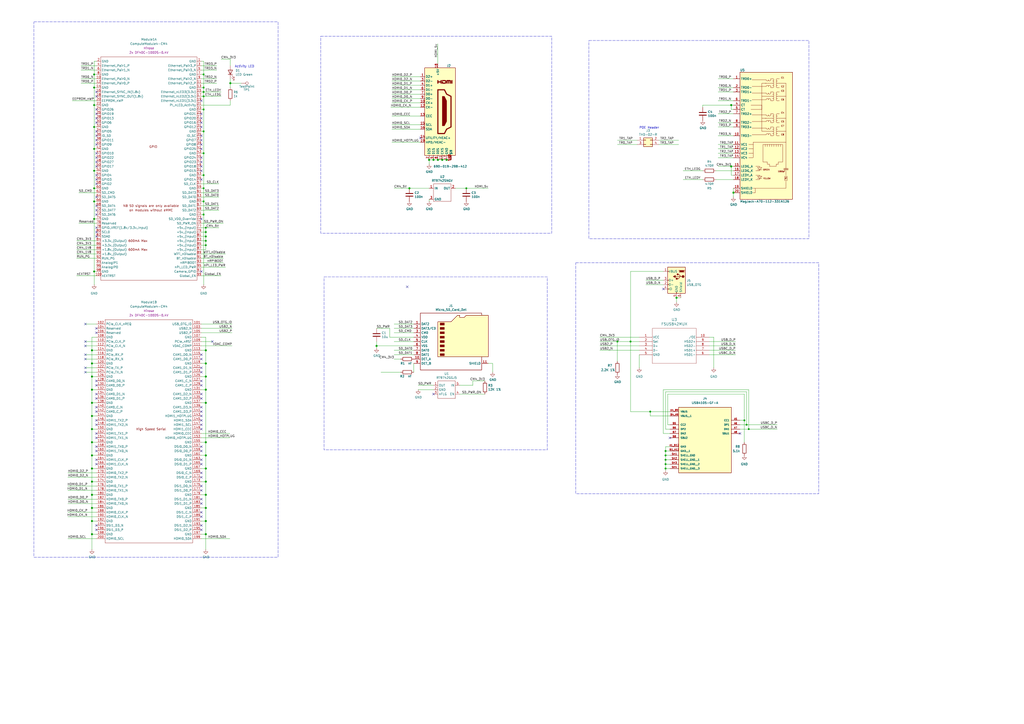
<source format=kicad_sch>
(kicad_sch (version 20231120) (generator "eeschema") (generator_version "8.0")
  (paper "A2")
  (junction (at 118.11 63.5))
  (junction (at 54.61 109.22))
  (junction (at 237.49 109.22) (diameter 1.016))
  (junction (at 119.38 139.7))
  (junction (at 118.11 124.46))
  (junction (at 119.38 137.16))
  (junction (at 119.38 302.26) (diameter 1.016))
  (junction (at 259.08 92.71) (diameter 1.016))
  (junction (at 53.34 264.16) (diameter 1.016))
  (junction (at 53.34 302.26) (diameter 1.016))
  (junction (at 254 92.71) (diameter 1.016))
  (junction (at 119.38 256.54) (diameter 1.016))
  (junction (at 119.38 218.44) (diameter 1.016))
  (junction (at 386.08 269.24))
  (junction (at 53.34 279.4) (diameter 1.016))
  (junction (at 53.34 226.06) (diameter 1.016))
  (junction (at 53.34 210.82) (diameter 1.016))
  (junction (at 119.38 134.62))
  (junction (at 54.61 73.66))
  (junction (at 54.61 99.06))
  (junction (at 365.76 198.12))
  (junction (at 386.08 261.62))
  (junction (at 377.19 238.76))
  (junction (at 119.38 132.08))
  (junction (at 256.54 92.71) (diameter 1.016))
  (junction (at 133.604 48.26) (diameter 1.016))
  (junction (at 119.38 287.02) (diameter 1.016))
  (junction (at 424.18 96.52) (diameter 1.016))
  (junction (at 53.34 241.3) (diameter 1.016))
  (junction (at 118.11 55.88))
  (junction (at 53.34 294.64) (diameter 1.016))
  (junction (at 386.08 266.7))
  (junction (at 434.34 248.92))
  (junction (at 53.34 233.68) (diameter 1.016))
  (junction (at 118.11 88.9))
  (junction (at 218.44 200.66) (diameter 1.016))
  (junction (at 248.92 92.71) (diameter 1.016))
  (junction (at 53.34 309.88) (diameter 1.016))
  (junction (at 118.11 53.34))
  (junction (at 118.11 50.8))
  (junction (at 54.61 86.36))
  (junction (at 119.38 309.88) (diameter 1.016))
  (junction (at 54.61 116.84))
  (junction (at 358.14 198.12))
  (junction (at 53.34 203.2) (diameter 1.016))
  (junction (at 54.61 157.48))
  (junction (at 118.11 109.22))
  (junction (at 54.61 60.96))
  (junction (at 54.61 50.8))
  (junction (at 119.38 264.16) (diameter 1.016))
  (junction (at 119.38 271.78) (diameter 1.016))
  (junction (at 53.34 256.54) (diameter 1.016))
  (junction (at 270.51 109.22))
  (junction (at 118.11 101.6))
  (junction (at 119.38 226.06) (diameter 1.016))
  (junction (at 424.18 60.96) (diameter 1.016))
  (junction (at 53.34 248.92) (diameter 1.016))
  (junction (at 54.61 127))
  (junction (at 119.38 294.64) (diameter 1.016))
  (junction (at 119.38 142.24))
  (junction (at 118.11 43.18))
  (junction (at 119.38 210.82) (diameter 1.016))
  (junction (at 392.43 172.72) (diameter 1.016))
  (junction (at 118.11 76.2))
  (junction (at 54.61 43.18))
  (junction (at 53.34 218.44) (diameter 1.016))
  (junction (at 251.46 92.71) (diameter 1.016))
  (junction (at 433.07 246.38))
  (junction (at 386.08 271.78))
  (junction (at 119.38 233.68) (diameter 1.016))
  (junction (at 431.8 243.84))
  (junction (at 119.38 203.2) (diameter 1.016))
  (junction (at 386.08 264.16))
  (junction (at 425.45 111.76) (diameter 1.016))
  (junction (at 53.34 287.02) (diameter 1.016))
  (junction (at 118.11 116.84))
  (junction (at 53.34 271.78) (diameter 1.016))
  (junction (at 119.38 279.4) (diameter 1.016))
  (no_connect (at 116.84 259.08))
  (no_connect (at 116.84 297.18))
  (no_connect (at 49.53 208.28))
  (no_connect (at 55.88 246.38))
  (no_connect (at 116.84 96.52))
  (no_connect (at 116.84 304.8))
  (no_connect (at 236.22 166.37))
  (no_connect (at 116.84 66.04))
  (no_connect (at 55.88 63.5))
  (no_connect (at 116.84 231.14))
  (no_connect (at 55.88 53.34))
  (no_connect (at 55.88 269.24))
  (no_connect (at 384.81 167.64))
  (no_connect (at 55.88 124.46))
  (no_connect (at 55.88 228.6))
  (no_connect (at 55.88 236.22))
  (no_connect (at 116.84 58.42))
  (no_connect (at 116.84 99.06))
  (no_connect (at 116.84 78.74))
  (no_connect (at 116.84 299.72))
  (no_connect (at 116.84 71.12))
  (no_connect (at 55.88 121.92))
  (no_connect (at 55.88 55.88))
  (no_connect (at 55.88 104.14))
  (no_connect (at 55.88 266.7))
  (no_connect (at 55.88 76.2))
  (no_connect (at 243.84 80.01))
  (no_connect (at 116.84 215.9))
  (no_connect (at 55.88 66.04))
  (no_connect (at 55.88 96.52))
  (no_connect (at 116.84 86.36))
  (no_connect (at 55.88 220.98))
  (no_connect (at 55.88 114.3))
  (no_connect (at 116.84 73.66))
  (no_connect (at 55.88 134.62))
  (no_connect (at 116.84 281.94))
  (no_connect (at 55.88 78.74))
  (no_connect (at 55.88 91.44))
  (no_connect (at 116.84 208.28))
  (no_connect (at 49.53 200.66))
  (no_connect (at 116.84 292.1))
  (no_connect (at 123.19 198.12))
  (no_connect (at 116.84 157.48))
  (no_connect (at 55.88 254))
  (no_connect (at 429.26 251.46))
  (no_connect (at 55.88 190.5))
  (no_connect (at 116.84 274.32))
  (no_connect (at 49.53 213.36))
  (no_connect (at 116.84 266.7))
  (no_connect (at 116.84 289.56))
  (no_connect (at 55.88 137.16))
  (no_connect (at 55.88 106.68))
  (no_connect (at 116.84 81.28))
  (no_connect (at 116.84 248.92))
  (no_connect (at 116.84 68.58))
  (no_connect (at 116.84 261.62))
  (no_connect (at 55.88 101.6))
  (no_connect (at 116.84 223.52))
  (no_connect (at 116.84 91.44))
  (no_connect (at 55.88 304.8))
  (no_connect (at 116.84 213.36))
  (no_connect (at 55.88 223.52))
  (no_connect (at 49.53 187.96))
  (no_connect (at 116.84 83.82))
  (no_connect (at 55.88 261.62))
  (no_connect (at 55.88 93.98))
  (no_connect (at 116.84 269.24))
  (no_connect (at 55.88 307.34))
  (no_connect (at 55.88 88.9))
  (no_connect (at 251.46 228.6))
  (no_connect (at 116.84 284.48))
  (no_connect (at 116.84 228.6))
  (no_connect (at 116.84 243.84))
  (no_connect (at 55.88 83.82))
  (no_connect (at 116.84 241.3))
  (no_connect (at 55.88 119.38))
  (no_connect (at 55.88 193.04))
  (no_connect (at 116.84 307.34))
  (no_connect (at 116.84 246.38))
  (no_connect (at 55.88 259.08))
  (no_connect (at 49.53 205.74))
  (no_connect (at 49.53 215.9))
  (no_connect (at 49.53 198.12))
  (no_connect (at 116.84 220.98))
  (no_connect (at 116.84 93.98))
  (no_connect (at 55.88 132.08))
  (no_connect (at 388.62 254))
  (no_connect (at 116.84 104.14))
  (no_connect (at 55.88 251.46))
  (no_connect (at 116.84 238.76))
  (no_connect (at 116.84 276.86))
  (no_connect (at 55.88 243.84))
  (no_connect (at 116.84 236.22))
  (no_connect (at 116.84 127))
  (no_connect (at 55.88 81.28))
  (no_connect (at 55.88 68.58))
  (no_connect (at 55.88 71.12))
  (no_connect (at 116.84 205.74))
  (no_connect (at 55.88 238.76))
  (no_connect (at 55.88 231.14))
  (wire (pts (xy 128.27 34.29) (xy 133.604 34.29)))
  (wire (pts (xy 414.02 195.58) (xy 414.02 213.36)))
  (wire (pts (xy 251.46 223.52) (xy 242.57 223.52)))
  (wire (pts (xy 116.84 142.24) (xy 119.38 142.24)))
  (wire (pts (xy 134.62 187.96) (xy 116.84 187.96)))
  (wire (pts (xy 283.21 210.82) (xy 285.75 210.82)))
  (wire (pts (xy 128.27 160.02) (xy 116.84 160.02)))
  (wire (pts (xy 55.88 281.94) (xy 39.37 281.94)))
  (wire (pts (xy 388.62 259.08) (xy 386.08 259.08)))
  (wire (pts (xy 116.84 233.68) (xy 119.38 233.68)))
  (wire (pts (xy 274.32 220.98) (xy 274.32 223.52)))
  (wire (pts (xy 251.46 92.71) (xy 254 92.71)))
  (wire (pts (xy 386.08 264.16) (xy 386.08 266.7)))
  (wire (pts (xy 388.62 246.38) (xy 387.35 246.38)))
  (wire (pts (xy 54.61 165.1) (xy 54.61 157.48)))
  (wire (pts (xy 416.56 73.66) (xy 425.45 73.66)))
  (wire (pts (xy 130.81 147.32) (xy 116.84 147.32)))
  (wire (pts (xy 259.08 92.71) (xy 261.62 92.71)))
  (wire (pts (xy 53.34 226.06) (xy 55.88 226.06)))
  (wire (pts (xy 386.08 227.33) (xy 386.08 248.92)))
  (wire (pts (xy 41.91 58.42) (xy 55.88 58.42)))
  (wire (pts (xy 44.45 149.86) (xy 55.88 149.86)))
  (wire (pts (xy 44.45 142.24) (xy 55.88 142.24)))
  (wire (pts (xy 416.56 86.36) (xy 425.45 86.36)))
  (wire (pts (xy 116.84 88.9) (xy 118.11 88.9)))
  (wire (pts (xy 251.46 226.06) (xy 242.57 226.06)))
  (wire (pts (xy 227.33 46.99) (xy 243.84 46.99)))
  (wire (pts (xy 133.604 60.96) (xy 133.604 58.42)))
  (wire (pts (xy 39.37 276.86) (xy 55.88 276.86)))
  (wire (pts (xy 119.38 144.78) (xy 119.38 142.24)))
  (wire (pts (xy 387.35 246.38) (xy 387.35 228.6)))
  (wire (pts (xy 54.61 35.56) (xy 55.88 35.56)))
  (wire (pts (xy 139.954 48.26) (xy 133.604 48.26)))
  (wire (pts (xy 434.34 248.92) (xy 450.85 248.92)))
  (wire (pts (xy 386.08 266.7) (xy 386.08 269.24)))
  (wire (pts (xy 118.11 63.5) (xy 118.11 76.2)))
  (wire (pts (xy 49.53 213.36) (xy 55.88 213.36)))
  (wire (pts (xy 425.45 111.76) (xy 425.45 114.3)))
  (wire (pts (xy 240.03 195.58) (xy 226.06 195.58)))
  (wire (pts (xy 53.34 210.82) (xy 53.34 218.44)))
  (wire (pts (xy 116.84 309.88) (xy 119.38 309.88)))
  (wire (pts (xy 416.56 53.34) (xy 425.45 53.34)))
  (wire (pts (xy 119.38 137.16) (xy 119.38 134.62)))
  (wire (pts (xy 347.98 200.66) (xy 370.84 200.66)))
  (wire (pts (xy 407.67 60.96) (xy 424.18 60.96)))
  (wire (pts (xy 116.84 210.82) (xy 119.38 210.82)))
  (wire (pts (xy 46.99 40.64) (xy 55.88 40.64)))
  (wire (pts (xy 116.84 254) (xy 133.35 254)))
  (wire (pts (xy 218.44 200.66) (xy 218.44 201.93)))
  (wire (pts (xy 227.33 72.39) (xy 243.84 72.39)))
  (wire (pts (xy 118.11 53.34) (xy 128.27 53.34)))
  (wire (pts (xy 116.84 40.64) (xy 125.73 40.64)))
  (wire (pts (xy 119.38 195.58) (xy 116.84 195.58)))
  (wire (pts (xy 53.34 248.92) (xy 55.88 248.92)))
  (wire (pts (xy 55.88 302.26) (xy 53.34 302.26)))
  (wire (pts (xy 416.56 78.74) (xy 425.45 78.74)))
  (wire (pts (xy 116.84 200.66) (xy 134.62 200.66)))
  (wire (pts (xy 53.34 195.58) (xy 53.34 203.2)))
  (wire (pts (xy 53.34 241.3) (xy 53.34 248.92)))
  (wire (pts (xy 118.11 109.22) (xy 118.11 116.84)))
  (wire (pts (xy 129.54 152.4) (xy 116.84 152.4)))
  (wire (pts (xy 386.08 269.24) (xy 386.08 271.78)))
  (wire (pts (xy 118.11 116.84) (xy 118.11 124.46)))
  (wire (pts (xy 118.11 35.56) (xy 118.11 43.18)))
  (wire (pts (xy 116.84 137.16) (xy 119.38 137.16)))
  (wire (pts (xy 116.84 109.22) (xy 118.11 109.22)))
  (wire (pts (xy 116.84 139.7) (xy 119.38 139.7)))
  (wire (pts (xy 53.34 218.44) (xy 53.34 226.06)))
  (wire (pts (xy 118.11 76.2) (xy 118.11 88.9)))
  (wire (pts (xy 118.11 43.18) (xy 118.11 50.8)))
  (wire (pts (xy 227.33 59.69) (xy 243.84 59.69)))
  (wire (pts (xy 433.07 227.33) (xy 386.08 227.33)))
  (wire (pts (xy 130.81 154.94) (xy 116.84 154.94)))
  (wire (pts (xy 248.92 92.71) (xy 251.46 92.71)))
  (wire (pts (xy 133.604 38.1) (xy 133.604 34.29)))
  (wire (pts (xy 365.76 198.12) (xy 370.84 198.12)))
  (wire (pts (xy 374.65 165.1) (xy 384.81 165.1)))
  (wire (pts (xy 53.34 264.16) (xy 55.88 264.16)))
  (wire (pts (xy 227.33 57.15) (xy 243.84 57.15)))
  (wire (pts (xy 39.37 289.56) (xy 55.88 289.56)))
  (wire (pts (xy 411.48 200.66) (xy 426.72 200.66)))
  (wire (pts (xy 218.44 198.12) (xy 218.44 200.66)))
  (wire (pts (xy 119.38 142.24) (xy 119.38 139.7)))
  (wire (pts (xy 53.34 203.2) (xy 55.88 203.2)))
  (wire (pts (xy 382.27 81.28) (xy 393.7 81.28)))
  (wire (pts (xy 55.88 208.28) (xy 49.53 208.28)))
  (wire (pts (xy 53.34 287.02) (xy 53.34 294.64)))
  (wire (pts (xy 54.61 86.36) (xy 55.88 86.36)))
  (wire (pts (xy 46.99 38.1) (xy 55.88 38.1)))
  (wire (pts (xy 388.62 269.24) (xy 386.08 269.24)))
  (wire (pts (xy 53.34 203.2) (xy 53.34 210.82)))
  (wire (pts (xy 433.07 246.38) (xy 450.85 246.38)))
  (wire (pts (xy 416.56 83.82) (xy 425.45 83.82)))
  (wire (pts (xy 53.34 233.68) (xy 53.34 241.3)))
  (wire (pts (xy 116.84 35.56) (xy 118.11 35.56)))
  (wire (pts (xy 55.88 309.88) (xy 53.34 309.88)))
  (wire (pts (xy 54.61 109.22) (xy 54.61 99.06)))
  (wire (pts (xy 281.305 220.98) (xy 274.32 220.98)))
  (wire (pts (xy 116.84 45.72) (xy 125.73 45.72)))
  (wire (pts (xy 116.84 124.46) (xy 118.11 124.46)))
  (wire (pts (xy 431.8 256.54) (xy 431.8 243.84)))
  (wire (pts (xy 416.56 45.72) (xy 425.45 45.72)))
  (wire (pts (xy 55.88 284.48) (xy 39.37 284.48)))
  (wire (pts (xy 119.38 134.62) (xy 119.38 132.08)))
  (wire (pts (xy 365.76 238.76) (xy 377.19 238.76)))
  (wire (pts (xy 358.14 198.12) (xy 365.76 198.12)))
  (wire (pts (xy 248.92 115.57) (xy 248.92 116.84)))
  (wire (pts (xy 54.61 99.06) (xy 54.61 86.36)))
  (wire (pts (xy 365.76 198.12) (xy 365.76 238.76)))
  (wire (pts (xy 116.84 264.16) (xy 119.38 264.16)))
  (wire (pts (xy 54.61 116.84) (xy 54.61 109.22)))
  (wire (pts (xy 388.62 264.16) (xy 386.08 264.16)))
  (wire (pts (xy 227.33 52.07) (xy 243.84 52.07)))
  (wire (pts (xy 411.48 203.2) (xy 426.72 203.2)))
  (wire (pts (xy 227.33 54.61) (xy 243.84 54.61)))
  (wire (pts (xy 53.34 279.4) (xy 55.88 279.4)))
  (wire (pts (xy 46.99 48.26) (xy 55.88 48.26)))
  (wire (pts (xy 264.16 109.22) (xy 270.51 109.22)))
  (wire (pts (xy 227.33 74.93) (xy 243.84 74.93)))
  (wire (pts (xy 53.34 218.44) (xy 55.88 218.44)))
  (wire (pts (xy 119.38 264.16) (xy 119.38 271.78)))
  (wire (pts (xy 424.18 101.6) (xy 424.18 96.52)))
  (wire (pts (xy 425.45 109.22) (xy 425.45 111.76)))
  (wire (pts (xy 129.54 149.86) (xy 116.84 149.86)))
  (wire (pts (xy 53.34 226.06) (xy 53.34 233.68)))
  (wire (pts (xy 129.54 129.54) (xy 116.84 129.54)))
  (wire (pts (xy 434.34 248.92) (xy 429.26 248.92)))
  (wire (pts (xy 358.14 83.82) (xy 369.57 83.82)))
  (wire (pts (xy 358.14 198.12) (xy 358.14 209.55)))
  (wire (pts (xy 119.38 233.68) (xy 119.38 256.54)))
  (wire (pts (xy 266.7 228.6) (xy 281.305 228.6)))
  (wire (pts (xy 54.61 109.22) (xy 55.88 109.22)))
  (wire (pts (xy 53.34 271.78) (xy 55.88 271.78)))
  (wire (pts (xy 424.18 63.5) (xy 424.18 60.96)))
  (wire (pts (xy 119.38 233.68) (xy 119.38 226.06)))
  (wire (pts (xy 116.84 50.8) (xy 118.11 50.8)))
  (wire (pts (xy 396.24 99.06) (xy 407.67 99.06)))
  (wire (pts (xy 53.34 210.82) (xy 55.88 210.82)))
  (wire (pts (xy 119.38 139.7) (xy 119.38 137.16)))
  (wire (pts (xy 382.27 83.82) (xy 393.7 83.82)))
  (wire (pts (xy 227.33 49.53) (xy 243.84 49.53)))
  (wire (pts (xy 53.34 287.02) (xy 55.88 287.02)))
  (wire (pts (xy 416.56 88.9) (xy 425.45 88.9)))
  (wire (pts (xy 240.03 210.82) (xy 240.03 215.9)))
  (wire (pts (xy 118.11 124.46) (xy 118.11 165.1)))
  (wire (pts (xy 119.38 287.02) (xy 119.38 294.64)))
  (wire (pts (xy 347.98 195.58) (xy 370.84 195.58)))
  (wire (pts (xy 416.56 50.8) (xy 425.45 50.8)))
  (wire (pts (xy 44.45 160.02) (xy 55.88 160.02)))
  (wire (pts (xy 392.43 172.72) (xy 394.97 172.72)))
  (wire (pts (xy 53.34 241.3) (xy 55.88 241.3)))
  (wire (pts (xy 54.61 43.18) (xy 54.61 35.56)))
  (wire (pts (xy 433.07 246.38) (xy 433.07 227.33)))
  (wire (pts (xy 218.44 200.66) (xy 240.03 200.66)))
  (wire (pts (xy 431.8 243.84) (xy 429.26 243.84)))
  (wire (pts (xy 411.48 195.58) (xy 414.02 195.58)))
  (wire (pts (xy 384.81 157.48) (xy 365.76 157.48)))
  (wire (pts (xy 116.84 63.5) (xy 118.11 63.5)))
  (wire (pts (xy 118.11 53.34) (xy 116.84 53.34)))
  (wire (pts (xy 116.84 43.18) (xy 118.11 43.18)))
  (wire (pts (xy 240.03 205.74) (xy 228.6 205.74)))
  (wire (pts (xy 226.695 62.23) (xy 243.84 62.23)))
  (wire (pts (xy 228.6 109.22) (xy 237.49 109.22)))
  (wire (pts (xy 116.84 116.84) (xy 118.11 116.84)))
  (wire (pts (xy 218.44 190.5) (xy 226.06 190.5)))
  (wire (pts (xy 133.604 50.8) (xy 133.604 48.26)))
  (wire (pts (xy 116.84 312.42) (xy 133.35 312.42)))
  (wire (pts (xy 270.51 109.22) (xy 283.21 109.22)))
  (wire (pts (xy 386.08 271.78) (xy 386.08 273.05)))
  (wire (pts (xy 53.34 256.54) (xy 55.88 256.54)))
  (wire (pts (xy 227.33 44.45) (xy 243.84 44.45)))
  (wire (pts (xy 425.45 60.96) (xy 424.18 60.96)))
  (wire (pts (xy 365.76 157.48) (xy 365.76 198.12)))
  (wire (pts (xy 118.11 101.6) (xy 118.11 109.22)))
  (wire (pts (xy 240.03 198.12) (xy 228.6 198.12)))
  (wire (pts (xy 44.45 144.78) (xy 55.88 144.78)))
  (wire (pts (xy 384.81 251.46) (xy 384.81 226.06)))
  (wire (pts (xy 388.62 266.7) (xy 386.08 266.7)))
  (wire (pts (xy 116.84 76.2) (xy 118.11 76.2)))
  (wire (pts (xy 237.49 109.22) (xy 248.92 109.22)))
  (wire (pts (xy 55.88 297.18) (xy 39.37 297.18)))
  (wire (pts (xy 49.53 200.66) (xy 55.88 200.66)))
  (wire (pts (xy 53.34 248.92) (xy 53.34 256.54)))
  (wire (pts (xy 416.56 96.52) (xy 424.18 96.52)))
  (wire (pts (xy 127 114.3) (xy 116.84 114.3)))
  (wire (pts (xy 116.84 251.46) (xy 133.35 251.46)))
  (wire (pts (xy 46.99 45.72) (xy 55.88 45.72)))
  (wire (pts (xy 116.84 302.26) (xy 119.38 302.26)))
  (wire (pts (xy 54.61 73.66) (xy 55.88 73.66)))
  (wire (pts (xy 53.34 271.78) (xy 53.34 279.4)))
  (wire (pts (xy 388.62 241.3) (xy 377.19 241.3)))
  (wire (pts (xy 53.34 233.68) (xy 55.88 233.68)))
  (wire (pts (xy 54.61 60.96) (xy 54.61 50.8)))
  (wire (pts (xy 116.84 144.78) (xy 119.38 144.78)))
  (wire (pts (xy 127 119.38) (xy 116.84 119.38)))
  (wire (pts (xy 387.35 228.6) (xy 431.8 228.6)))
  (wire (pts (xy 118.11 53.34) (xy 118.11 55.88)))
  (wire (pts (xy 392.43 175.26) (xy 392.43 172.72)))
  (wire (pts (xy 388.62 248.92) (xy 386.08 248.92)))
  (wire (pts (xy 54.61 157.48) (xy 54.61 127)))
  (wire (pts (xy 228.6 203.2) (xy 240.03 203.2)))
  (wire (pts (xy 133.604 48.26) (xy 133.604 45.72)))
  (wire (pts (xy 116.84 48.26) (xy 125.73 48.26)))
  (wire (pts (xy 425.45 101.6) (xy 424.18 101.6)))
  (wire (pts (xy 388.62 261.62) (xy 386.08 261.62)))
  (wire (pts (xy 227.33 67.31) (xy 243.84 67.31)))
  (wire (pts (xy 116.84 203.2) (xy 119.38 203.2)))
  (wire (pts (xy 370.84 205.74) (xy 370.84 213.36)))
  (wire (pts (xy 384.81 226.06) (xy 434.34 226.06)))
  (wire (pts (xy 54.61 127) (xy 54.61 116.84)))
  (wire (pts (xy 220.98 215.9) (xy 232.41 215.9)))
  (wire (pts (xy 116.84 218.44) (xy 119.38 218.44)))
  (wire (pts (xy 396.24 104.14) (xy 407.67 104.14)))
  (wire (pts (xy 416.56 91.44) (xy 425.45 91.44)))
  (wire (pts (xy 127 106.68) (xy 116.84 106.68)))
  (wire (pts (xy 53.34 302.26) (xy 53.34 309.88)))
  (wire (pts (xy 54.61 50.8) (xy 55.88 50.8)))
  (wire (pts (xy 118.11 88.9) (xy 118.11 101.6)))
  (wire (pts (xy 116.84 256.54) (xy 119.38 256.54)))
  (wire (pts (xy 434.34 226.06) (xy 434.34 248.92)))
  (wire (pts (xy 116.84 279.4) (xy 119.38 279.4)))
  (wire (pts (xy 228.6 193.04) (xy 240.03 193.04)))
  (wire (pts (xy 374.65 162.56) (xy 384.81 162.56)))
  (wire (pts (xy 388.62 238.76) (xy 377.19 238.76)))
  (wire (pts (xy 429.26 246.38) (xy 433.07 246.38)))
  (wire (pts (xy 285.75 210.82) (xy 285.75 215.9)))
  (wire (pts (xy 53.34 279.4) (xy 53.34 287.02)))
  (wire (pts (xy 116.84 132.08) (xy 119.38 132.08)))
  (wire (pts (xy 118.11 50.8) (xy 118.11 53.34)))
  (wire (pts (xy 128.27 55.88) (xy 118.11 55.88)))
  (wire (pts (xy 256.54 92.71) (xy 259.08 92.71)))
  (wire (pts (xy 116.84 38.1) (xy 125.73 38.1)))
  (wire (pts (xy 228.6 187.96) (xy 240.03 187.96)))
  (wire (pts (xy 116.84 193.04) (xy 134.62 193.04)))
  (wire (pts (xy 54.61 50.8) (xy 54.61 43.18)))
  (wire (pts (xy 119.38 279.4) (xy 119.38 287.02)))
  (wire (pts (xy 386.08 259.08) (xy 386.08 261.62)))
  (wire (pts (xy 44.45 139.7) (xy 55.88 139.7)))
  (wire (pts (xy 49.53 187.96) (xy 55.88 187.96)))
  (wire (pts (xy 44.45 147.32) (xy 55.88 147.32)))
  (wire (pts (xy 49.53 198.12) (xy 55.88 198.12)))
  (wire (pts (xy 116.84 60.96) (xy 133.604 60.96)))
  (wire (pts (xy 45.72 111.76) (xy 55.88 111.76)))
  (wire (pts (xy 119.38 256.54) (xy 119.38 264.16)))
  (wire (pts (xy 416.56 66.04) (xy 425.45 66.04)))
  (wire (pts (xy 53.34 264.16) (xy 53.34 271.78)))
  (wire (pts (xy 388.62 271.78) (xy 386.08 271.78)))
  (wire (pts (xy 347.98 203.2) (xy 370.84 203.2)))
  (wire (pts (xy 119.38 210.82) (xy 119.38 203.2)))
  (wire (pts (xy 228.6 208.28) (xy 232.41 208.28)))
  (wire (pts (xy 54.61 127) (xy 55.88 127)))
  (wire (pts (xy 254 25.4) (xy 254 36.83)))
  (wire (pts (xy 45.72 129.54) (xy 55.88 129.54)))
  (wire (pts (xy 254 92.71) (xy 256.54 92.71)))
  (wire (pts (xy 53.34 256.54) (xy 53.34 264.16)))
  (wire (pts (xy 266.7 223.52) (xy 274.32 223.52)))
  (wire (pts (xy 119.38 203.2) (xy 119.38 195.58)))
  (wire (pts (xy 116.84 287.02) (xy 119.38 287.02)))
  (wire (pts (xy 358.14 81.28) (xy 369.57 81.28)))
  (wire (pts (xy 127 121.92) (xy 116.84 121.92)))
  (wire (pts (xy 416.56 58.42) (xy 425.45 58.42)))
  (wire (pts (xy 55.88 205.74) (xy 49.53 205.74)))
  (wire (pts (xy 119.38 226.06) (xy 119.38 218.44)))
  (wire (pts (xy 431.8 228.6) (xy 431.8 243.84)))
  (wire (pts (xy 248.92 92.71) (xy 248.92 95.25)))
  (wire (pts (xy 118.11 55.88) (xy 118.11 63.5)))
  (wire (pts (xy 54.61 157.48) (xy 55.88 157.48)))
  (wire (pts (xy 53.34 309.88) (xy 53.34 318.77)))
  (wire (pts (xy 54.61 60.96) (xy 55.88 60.96)))
  (wire (pts (xy 119.38 302.26) (xy 119.38 309.88)))
  (wire (pts (xy 411.48 205.74) (xy 426.72 205.74)))
  (wire (pts (xy 49.53 215.9) (xy 55.88 215.9)))
  (wire (pts (xy 116.84 271.78) (xy 119.38 271.78)))
  (wire (pts (xy 116.84 226.06) (xy 119.38 226.06)))
  (wire (pts (xy 119.38 271.78) (xy 119.38 279.4)))
  (wire (pts (xy 415.29 99.06) (xy 425.45 99.06)))
  (wire (pts (xy 425.45 63.5) (xy 424.18 63.5)))
  (wire (pts (xy 424.18 96.52) (xy 425.45 96.52)))
  (wire (pts (xy 119.38 294.64) (xy 119.38 302.26)))
  (wire (pts (xy 53.34 294.64) (xy 53.34 302.26)))
  (wire (pts (xy 54.61 43.18) (xy 55.88 43.18)))
  (wire (pts (xy 127 111.76) (xy 116.84 111.76)))
  (wire (pts (xy 119.38 132.08) (xy 127 132.08)))
  (wire (pts (xy 54.61 99.06) (xy 55.88 99.06)))
  (wire (pts (xy 39.37 274.32) (xy 55.88 274.32)))
  (wire (pts (xy 54.61 86.36) (xy 54.61 73.66)))
  (wire (pts (xy 386.08 261.62) (xy 386.08 264.16)))
  (wire (pts (xy 377.19 241.3) (xy 377.19 238.76)))
  (wire (pts (xy 388.62 251.46) (xy 384.81 251.46)))
  (wire (pts (xy 116.84 101.6) (xy 118.11 101.6)))
  (wire (pts (xy 116.84 190.5) (xy 134.62 190.5)))
  (wire (pts (xy 227.33 82.55) (xy 243.84 82.55)))
  (wire (pts (xy 407.67 62.23) (xy 407.67 60.96)))
  (wire (pts (xy 415.29 104.14) (xy 425.45 104.14)))
  (wire (pts (xy 416.56 71.12) (xy 425.45 71.12)))
  (wire (pts (xy 411.48 198.12) (xy 426.72 198.12)))
  (wire (pts (xy 54.61 73.66) (xy 54.61 60.96)))
  (wire (pts (xy 55.88 299.72) (xy 39.37 299.72)))
  (wire (pts (xy 118.11 55.88) (xy 116.84 55.88)))
  (wire (pts (xy 240.03 190.5) (xy 228.6 190.5)))
  (wire (pts (xy 53.34 294.64) (xy 55.88 294.64)))
  (wire (pts (xy 347.98 198.12) (xy 358.14 198.12)))
  (wire (pts (xy 116.84 198.12) (xy 123.19 198.12)))
  (wire (pts (xy 55.88 195.58) (xy 53.34 195.58)))
  (wire (pts (xy 226.06 195.58) (xy 226.06 190.5)))
  (wire (pts (xy 119.38 218.44) (xy 119.38 210.82)))
  (wire (pts (xy 39.37 292.1) (xy 55.88 292.1)))
  (wire (pts (xy 119.38 309.88) (xy 119.38 318.77)))
  (wire (pts (xy 116.84 134.62) (xy 119.38 134.62)))
  (wire (pts (xy 116.84 294.64) (xy 119.38 294.64)))
  (wire (pts (xy 54.61 116.84) (xy 55.88 116.84)))
  (wire (pts (xy 39.37 312.42) (xy 55.88 312.42)))
  (rectangle (start 19.685 12.7) (end 161.29 323.215) (stroke (width 0) (type dash)))
  (rectangle (start 334.01 152.4) (end 474.98 286.385) (stroke (width 0) (type dash)))
  (rectangle (start 187.96 160.655) (end 317.5 260.985) (stroke (width 0) (type dash)))
  (rectangle (start 341.63 23.495) (end 469.265 138.43) (stroke (width 0) (type dash)))
  (rectangle (start 186.055 20.955) (end 320.04 135.255) (stroke (width 0) (type dash)))
  (text "Activity LED" (at 136.144 39.37 0) (effects (font (size 1.27 1.27)) (justify left bottom)))
  (text "POE Header" (at 370.84 74.93 0) (effects (font (size 1.27 1.27)) (justify left bottom)))
  (label "USBC_D_P" (at 450.85 246.38 180))
  (label "USBC_D_N" (at 426.72 205.74 180))
  (label "HDMI0_D1_P" (at 50.8 281.94 180))
  (label "nEXTRST" (at 44.45 160.02 0))
  (label "SD_PWR_ON" (at 129.54 129.54 180))
  (label "USB_D_N" (at 426.72 200.66 180))
  (label "HDMI0_D0_N" (at 39.37 292.1 0))
  (label "TR1_TAP" (at 367.03 81.28 180))
  (label "HDMI0_SCL" (at 39.37 312.42 0))
  (label "HDMI0_CK_N" (at 226.695 62.23 0))
  (label "TRD3_P" (at 125.73 38.1 180))
  (label "USB2_P" (at 134.62 193.04 180))
  (label "TRD0_P" (at 46.99 48.26 0))
  (label "HDMI0_CEC" (at 227.33 67.31 0))
  (label "TRD0_N" (at 424.18 50.8 180))
  (label "CM4_5V" (at 228.6 109.22 0))
  (label "ETH_LEDG" (at 128.27 55.88 180))
  (label "WiFi_nDisable" (at 130.81 147.32 180))
  (label "CM4_3V3" (at 281.305 220.98 180))
  (label "HDMI0_D0_N" (at 227.33 57.15 0))
  (label "TR0_TAP" (at 425.45 83.82 180))
  (label "TRD2_N" (at 125.73 45.72 180))
  (label "TRD0_N" (at 46.99 45.72 0))
  (label "Reserved" (at 45.72 129.54 0))
  (label "HDMI0_D2_P" (at 227.33 44.45 0))
  (label "SD_DAT1" (at 127 119.38 180))
  (label "SD_PWR" (at 218.44 190.5 0))
  (label "USBC_D_P" (at 426.72 203.2 180))
  (label "CM4_3V3" (at 44.45 139.7 0))
  (label "TRD0_P" (at 424.18 45.72 180))
  (label "USB2_N" (at 134.62 190.5 180))
  (label "USB_D_P" (at 374.65 162.56 0))
  (label "TRD1_P" (at 46.99 38.1 0))
  (label "CM4_3V3" (at 44.45 142.24 0))
  (label "TR1_TAP" (at 425.45 86.36 180))
  (label "SD_DAT3" (at 231.14 190.5 0))
  (label "BT_nDisable" (at 129.54 149.86 180))
  (label "SD_DAT0" (at 231.14 203.2 0))
  (label "HDMI0_D0_P" (at 227.33 54.61 0))
  (label "TR3_TAP" (at 390.8044 83.82 180))
  (label "HDMI0_SCL" (at 227.33 72.39 0))
  (label "HDMI0_D1_N" (at 227.33 52.07 0))
  (label "CM4_5V" (at 127 132.08 180))
  (label "HDMI0_D2_P" (at 39.37 274.32 0))
  (label "CM4_3V3" (at 347.98 195.58 0))
  (label "nPI_LED_PWR" (at 130.81 154.94 180))
  (label "nRPIBOOT" (at 129.54 152.4 180))
  (label "TRD1_N" (at 46.99 40.64 0))
  (label "TRD1_P" (at 424.18 53.34 180))
  (label "SD_DAT3" (at 127 111.76 180))
  (label "SD_CMD" (at 45.72 111.76 0))
  (label "SD_CLK" (at 127 106.68 180))
  (label "TRD2_P" (at 125.73 48.26 180))
  (label "TRD3_N" (at 424.18 78.74 180))
  (label "TR2_TAP" (at 425.45 88.9 180))
  (label "USB_D_N" (at 374.65 165.1 0))
  (label "TR3_TAP" (at 425.45 91.44 180))
  (label "USB2_P" (at 347.98 200.66 0))
  (label "HDMI0_SDA" (at 227.33 74.93 0))
  (label "HDMI0_D2_N" (at 39.37 276.86 0))
  (label "HDMI_5v" (at 254 25.4 270))
  (label "TR0_TAP" (at 366.9284 83.82 180))
  (label "TRD3_P" (at 424.18 73.66 180))
  (label "HDMI0_CK_P" (at 227.33 59.69 0))
  (label "SD_PWR" (at 242.57 223.52 0))
  (label "SD_DAT0" (at 127 114.3 180))
  (label "TRD1_N" (at 424.18 58.42 180))
  (label "USB_D_P" (at 426.72 198.12 180))
  (label "CM4_3V3" (at 128.27 34.29 0))
  (label "TR2_TAP" (at 390.8298 81.28 180))
  (label "VDAC_COMP" (at 134.62 200.66 180))
  (label "RUN_PG" (at 44.45 149.86 0))
  (label "SD_CMD" (at 231.14 193.04 0))
  (label "CM4_3V3" (at 228.6 208.28 180))
  (label "HDMI0_D0_P" (at 39.37 289.56 0))
  (label "SD_DAT1" (at 231.14 205.74 0))
  (label "CM4_1V8" (at 44.45 147.32 0))
  (label "HDMI0_D2_N" (at 227.33 46.99 0))
  (label "CM4_3V3" (at 424.18 96.52 180))
  (label "CM4_1V8" (at 44.45 144.78 0))
  (label "HDMI0_HOTPLUG" (at 120.65 254 0))
  (label "HDMI0_D1_N" (at 50.8 284.48 180))
  (label "HDMI0_CK_P" (at 50.8 297.18 180))
  (label "ETH_LEDY" (at 406.4 104.14 180))
  (label "HDMI0_CK_N" (at 50.8 299.72 180))
  (label "ETH_LEDY" (at 128.27 53.34 180))
  (label "HDMI0_CEC" (at 120.65 251.46 0))
  (label "SD_PWR_ON" (at 267.97 228.6 0))
  (label "HDMI_5v" (at 283.21 109.22 180))
  (label "Global_EN" (at 128.27 160.02 180))
  (label "USB_OTG_ID" (at 347.98 198.12 0))
  (label "EEPROM_nWP" (at 41.91 58.42 0))
  (label "HDMI0_HOTPLUG" (at 227.33 82.55 0))
  (label "HDMI0_SDA" (at 120.65 312.42 0))
  (label "USB_OTG_ID" (at 134.62 187.96 180))
  (label "SD_DAT2" (at 231.14 187.96 0))
  (label "SD_DAT2" (at 127 121.92 180))
  (label "USBC_D_N" (at 450.85 248.92 180))
  (label "TRD3_N" (at 125.73 40.64 180))
  (label "USB2_N" (at 347.98 203.2 0))
  (label "TRD2_N" (at 424.18 71.12 180))
  (label "HDMI0_D1_P" (at 227.33 49.53 0))
  (label "SD_CLK" (at 231.14 198.12 0))
  (label "ETH_LEDG" (at 406.4 99.06 180))
  (label "TRD2_P" (at 424.18 66.04 180))
  (symbol (lib_id "power:GND") (at 414.02 213.36 0) (unit 1)
    (property "Reference" "#PWR05" (effects (hide yes)))
    (property "Value" "GND" (at 414.02 218.44 0))
    (property "Description" "Power symbol creates a global label with name \"GND\" , ground" (effects (hide yes)))
  )
  (symbol (lib_id "power:GND") (at 54.61 165.1 0) (unit 1)
    (property "Reference" "#PWR0103" (effects (hide yes)))
    (property "Value" "GND" (at 54.61 170.18 0))
    (property "Description" "Power symbol creates a global label with name \"GND\" , ground" (effects (hide yes)))
  )
  (symbol (lib_id "power:GND") (at 358.14 217.17 0) (unit 1)
    (property "Reference" "#PWR03" (effects (hide yes)))
    (property "Value" "GND" (at 358.267 221.5642 0))
  )
  (symbol (lib_id "Device:C") (at 270.51 113.03 0) (unit 1)
    (property "Reference" "C3" (at 273.431 111.8616 0) (effects (justify left)))
    (property "Value" "100n" (at 273.431 114.173 0) (effects (justify left)))
    (property "Footprint" "Capacitor_SMD:C_0402_1005Metric" (effects (hide yes)))
    (property "Datasheet" "https://search.murata.co.jp/Ceramy/image/img/A01X/G101/ENG/GRM155R71C104KA88-01.pdf" (effects (hide yes)))
    (property "Field4" "Farnell" (effects (hide yes)))
    (property "Field5" "2611911" (effects (hide yes)))
    (property "Field6" "RM EMK105 B7104KV-F" (effects (hide yes)))
    (property "Field7" "TAIYO YUDEN EUROPE GMBH" (effects (hide yes)))
    (property "Part Description" "	0.1uF 10% 16V Ceramic Capacitor X7R 0402 (1005 Metric)" (effects (hide yes)))
    (property "Field8" "110091611" (effects (hide yes)))
  )
  (symbol (lib_id "power:GND") (at 392.43 175.26 0) (unit 1)
    (property "Reference" "#PWR06" (effects (hide yes)))
    (property "Value" "GND" (at 392.557 179.6542 0))
  )
  (symbol (lib_id "Device:R") (at 133.604 54.61 0) (unit 1)
    (property "Reference" "R6" (at 135.382 53.4416 0) (effects (justify left)))
    (property "Value" "1k" (at 135.382 55.753 0) (effects (justify left)))
    (property "Footprint" "Resistor_SMD:R_0402_1005Metric" (effects (hide yes)))
    (property "Datasheet" "https://fscdn.rohm.com/en/products/databook/datasheet/passive/resistor/chip_resistor/mcr-e.pdf" (effects (hide yes)))
    (property "Field4" "Farnell" (effects (hide yes)))
    (property "Field5" "9239235" (effects (hide yes)))
    (property "Field7" "KOA EUROPE GMBH" (effects (hide yes)))
    (property "Field6" "RK73H1ETTP1001F" (effects (hide yes)))
    (property "Part Description" "Resistor 1K M1005 1% 63mW" (effects (hide yes)))
    (property "Field8" "125049511" (effects (hide yes)))
  )
  (symbol (lib_id "Device:C") (at 218.44 194.31 0) (unit 1)
    (property "Reference" "C1" (at 221.361 193.1416 0) (effects (justify left)))
    (property "Value" "10u" (at 221.361 195.453 0) (effects (justify left)))
    (property "Footprint" "Capacitor_SMD:C_0805_2012Metric" (effects (hide yes)))
    (property "Datasheet" "https://search.murata.co.jp/Ceramy/image/img/A01X/G101/ENG/GRM21BR71A106KA73-01.pdf" (effects (hide yes)))
    (property "Field5" "490-14381-1-ND" (effects (hide yes)))
    (property "Field4" "Digikey" (effects (hide yes)))
    (property "Field6" "GRM21BR71A106KA73L" (effects (hide yes)))
    (property "Field7" "Murata" (effects (hide yes)))
    (property "Part Description" "	10uF 10% 10V Ceramic Capacitor X7R 0805 (2012 Metric)" (effects (hide yes)))
    (property "Field8" "111893011" (effects (hide yes)))
  )
  (symbol (lib_id "power:GND") (at 237.49 116.84 0) (unit 1)
    (property "Reference" "#PWR0106" (effects (hide yes)))
    (property "Value" "GND" (at 237.617 121.2342 0))
  )
  (symbol (lib_id "FSUSB42MUX:FSUSB42MUX") (at 370.84 195.58 0) (unit 1)
    (property "Reference" "U3" (at 391.16 185.42 0) (effects (font (size 1.524 1.524))))
    (property "Value" "FSUSB42MUX" (at 391.16 187.96 0) (effects (font (size 1.524 1.524))))
    (property "Footprint" "FSUSB42MUX:MSOP10_3X3_ONS" (effects (hide yes)))
    (property "Datasheet" "FSUSB42MUX" (effects (hide yes)))
  )
  (symbol (lib_id "power:GND") (at 407.67 69.85 0) (unit 1)
    (property "Reference" "#PWR0111" (effects (hide yes)))
    (property "Value" "GND" (at 407.797 74.2442 0))
  )
  (symbol (lib_id "Device:LED") (at 133.604 41.91 90) (unit 1)
    (property "Reference" "D1" (at 136.5758 40.9194 90) (effects (justify right)))
    (property "Value" "LED Green" (at 136.5758 43.2308 90) (effects (justify right)))
    (property "Footprint" "LED_SMD:LED_0603_1608Metric" (effects (hide yes)))
    (property "Datasheet" "http://optoelectronics.liteon.com/upload/download/DS22-2000-226/LTST-S270KGKT.pdf" (effects (hide yes)))
    (property "Field4" "Digikey " (effects (hide yes)))
    (property "Field5" "LTST-S270KGKT" (effects (hide yes)))
    (property "Field6" "SML-A12M8TT86N" (effects (hide yes)))
    (property "Field7" "Rohm" (effects (hide yes)))
    (property "Field8" "650263301" (effects (hide yes)))
    (property "Part Description" "	Green 572nm LED Indication - Discrete 2.2V 2-SMD, No Lead" (effects (hide yes)))
  )
  (symbol (lib_id "CM4IO:MagJack-A70-112-331N126") (at 447.04 116.84 0) (unit 1)
    (property "Reference" "U5" (at 429.26 40.64 0) (effects (justify left)))
    (property "Value" "MagJack-A70-112-331N126" (at 429.26 116.84 0) (effects (justify left)))
    (property "Footprint" "CM4IO:TRJG0926HENL" (effects (hide yes)))
    (property "Datasheet" "https://p.globalsources.com/IMAGES/PDT/SPEC/690/K1160305690.pdf" (effects (hide yes)))
    (property "Field6" "TRJG0926HENL" (effects (hide yes)))
    (property "Field7" "Trxcon" (effects (hide yes)))
    (property "Field8" "UCON00900" (effects (hide yes)))
    (property "Part Description" "Gigabit Ethernet Magjack" (effects (hide yes)))
  )
  (symbol (lib_id "power:GND") (at 118.11 165.1 0) (unit 1)
    (property "Reference" "#PWR0104" (effects (hide yes)))
    (property "Value" "GND" (at 118.11 170.18 0))
    (property "Description" "Power symbol creates a global label with name \"GND\" , ground" (effects (hide yes)))
  )
  (symbol (lib_id "power:GND") (at 53.34 318.77 0) (unit 1)
    (property "Reference" "#PWR0101" (effects (hide yes)))
    (property "Value" "GND" (at 53.467 323.1642 0))
  )
  (symbol (lib_id "power:GND") (at 431.8 264.16 0) (mirror y) (unit 1)
    (property "Reference" "#PWR01" (effects (hide yes)))
    (property "Value" "GND" (at 431.8 269.24 0))
    (property "Description" "Power symbol creates a global label with name \"GND\" , ground" (effects (hide yes)))
  )
  (symbol (lib_id "CM4IO:HDMI_A_1.4") (at 254 64.77 0) (unit 1)
    (property "Reference" "J2" (at 259.08 38.1 0) (effects (justify left)))
    (property "Value" "690-019-298-412" (at 251.46 96.52 0) (effects (justify left)))
    (property "Footprint" "CM4IO:EDAC 690-019-298-412" (effects (hide yes)))
    (property "Datasheet" "https://www.tme.eu/Document/f15dffbcfad8545e17826f72d36911c8/206A-SEAN-R03.pdf" (effects (hide yes)))
    (property "Field4" "Farnell" (effects (hide yes)))
    (property "Field5" "2614936" (effects (hide yes)))
    (property "Field6" "690-019-298-412" (effects (hide yes)))
    (property "Field7" "EDAC" (effects (hide yes)))
    (property "Part Description" "HDMI Connector, Right Angle, 19 Contacts, Receptacle, Surface Mount, Surface Mount Right Angle" (effects (hide yes)))
    (property "Field8" "UCON00802" (effects (hide yes)))
  )
  (symbol (lib_id "Device:R") (at 281.305 224.79 0) (unit 1)
    (property "Reference" "R3" (at 283.083 223.6216 0) (effects (justify left)))
    (property "Value" "12K 1%" (at 283.083 225.933 0) (effects (justify left)))
    (property "Footprint" "Resistor_SMD:R_0402_1005Metric" (effects (hide yes)))
    (property "Datasheet" "https://fscdn.rohm.com/en/products/databook/datasheet/passive/resistor/chip_resistor/mcr-e.pdf" (effects (hide yes)))
    (property "Field4" "Farnell" (effects (hide yes)))
    (property "Field5" "9239367" (effects (hide yes)))
    (property "Field7" "Rohm" (effects (hide yes)))
    (property "Field6" "MCR01MZPF1202" (effects (hide yes)))
    (property "Part Description" "Resistor 12K M1005 1% 63mW" (effects (hide yes)))
  )
  (symbol (lib_id "power:GND") (at 285.75 215.9 0) (unit 1)
    (property "Reference" "#PWR0114" (effects (hide yes)))
    (property "Value" "GND" (at 285.877 220.2942 0))
  )
  (symbol (lib_id "CM4IO:ComputeModule4-CM4") (at 88.9 91.44 0) (unit 1)
    (property "Reference" "Module1" (at 86.36 22.86 0))
    (property "Value" "ComputeModule4-CM4" (at 86.36 25.4 0))
    (property "Footprint" "CM4IO:Raspberry-Pi-4-Compute-Module" (effects (hide yes)))
    (property "Field4" "Hirose" (at 86.36 27.94 0))
    (property "Field5" "2x DF40C-100DS-0.4V" (at 86.36 30.48 0))
  )
  (symbol (lib_id "Device:R") (at 411.48 99.06 270) (unit 1)
    (property "Reference" "R4" (at 411.48 93.8022 90))
    (property "Value" "470R" (at 411.48 96.1136 90))
    (property "Footprint" "Resistor_SMD:R_0402_1005Metric" (effects (hide yes)))
    (property "Datasheet" "https://fscdn.rohm.com/en/products/databook/datasheet/passive/resistor/chip_resistor/mcr-e.pdf" (effects (hide yes)))
    (property "Field4" "Farnell" (effects (hide yes)))
    (property "Field5" "9239197" (effects (hide yes)))
    (property "Field7" "KOA EUROPE GMBH" (effects (hide yes)))
    (property "Field6" "RK73G1ETQTP4700D         " (effects (hide yes)))
    (property "Field8" "120887981" (effects (hide yes)))
    (property "Part Description" "Resistor 470R M1005 1% 63mW" (effects (hide yes)))
  )
  (symbol (lib_id "Connector:USB_OTG") (at 392.43 162.56 0) (mirror y) (unit 1)
    (property "Reference" "J5" (at 398.272 162.8394 0) (effects (justify right)))
    (property "Value" "USB_OTG" (at 398.272 165.1508 0) (effects (justify right)))
    (property "Footprint" "CM4IO:USB_Micro-B_EDAC_UCON00686" (effects (hide yes)))
    (property "Datasheet" "https://cdn.amphenol-icc.com/media/wysiwyg/files/documentation/datasheet/inputoutput/io_usb_micro.pd" (effects (hide yes)))
    (property "Field4" "Digikey" (effects (hide yes)))
    (property "Field5" "609-4050-2-ND" (effects (hide yes)))
    (property "Field6" "690-005-298-486" (effects (hide yes)))
    (property "Field7" "EDAC" (effects (hide yes)))
    (property "Part Description" "USB - micro B USB 2.0 Receptacle Connector 5 Position Surface Mount, Right Angle; Through Hole" (effects (hide yes)))
    (property "Field8" "UCON00686" (effects (hide yes)))
  )
  (symbol (lib_id "Device:C") (at 237.49 113.03 0) (unit 1)
    (property "Reference" "C2" (at 240.411 111.8616 0) (effects (justify left)))
    (property "Value" "100n" (at 240.411 114.173 0) (effects (justify left)))
    (property "Footprint" "Capacitor_SMD:C_0402_1005Metric" (effects (hide yes)))
    (property "Datasheet" "https://search.murata.co.jp/Ceramy/image/img/A01X/G101/ENG/GRM155R71C104KA88-01.pdf" (effects (hide yes)))
    (property "Field4" "Farnell" (effects (hide yes)))
    (property "Field5" "2611911" (effects (hide yes)))
    (property "Field6" "RM EMK105 B7104KV-F" (effects (hide yes)))
    (property "Field7" "TAIYO YUDEN EUROPE GMBH" (effects (hide yes)))
    (property "Part Description" "	0.1uF 10% 16V Ceramic Capacitor X7R 0402 (1005 Metric)" (effects (hide yes)))
    (property "Field8" "110091611" (effects (hide yes)))
  )
  (symbol (lib_id "Device:R") (at 358.14 213.36 0) (unit 1)
    (property "Reference" "R7" (at 352.425 212.09 0) (effects (justify left)))
    (property "Value" "2.2K 1%" (at 348.615 214.63 0) (effects (justify left)))
    (property "Footprint" "Resistor_SMD:R_0402_1005Metric" (effects (hide yes)))
    (property "Datasheet" "https://fscdn.rohm.com/en/products/databook/datasheet/passive/resistor/chip_resistor/mcr-e.pdf" (effects (hide yes)))
    (property "Field4" "Farnell" (effects (hide yes)))
    (property "Field5" "9239278" (effects (hide yes)))
    (property "Field7" "KOA EUROPE GMBH" (effects (hide yes)))
    (property "Field6" "RK73G1ETQTP2201D         " (effects (hide yes)))
    (property "Part Description" "Resistor 2.2K M1005 1% 63mW" (effects (hide yes)))
    (property "Field8" "120889581" (effects (hide yes)))
  )
  (symbol (lib_id "CM4IO:ComputeModule4-CM4") (at -53.34 248.92 0) (unit 2)
    (property "Reference" "Module1" (at 86.36 175.26 0))
    (property "Value" "ComputeModule4-CM4" (at 86.36 177.8 0))
    (property "Footprint" "CM4IO:Raspberry-Pi-4-Compute-Module" (effects (hide yes)))
    (property "Field4" "Hirose" (at 86.36 180.34 0))
    (property "Field5" "2x DF40C-100DS-0.4V" (at 86.36 182.88 0))
  )
  (symbol (lib_id "power:GND") (at 248.92 116.84 0) (unit 1)
    (property "Reference" "#PWR0108" (effects (hide yes)))
    (property "Value" "GND" (at 249.047 121.2342 0))
  )
  (symbol (lib_id "power:GND") (at 218.44 201.93 0) (unit 1)
    (property "Reference" "#PWR0115" (effects (hide yes)))
    (property "Value" "GND" (at 218.567 206.3242 0))
  )
  (symbol (lib_id "Device:R") (at 431.8 260.35 0) (mirror y) (unit 1)
    (property "Reference" "R8" (at 429.26 259.0799 0) (effects (justify left)))
    (property "Value" "5.1k" (at 429.26 261.6199 0) (effects (justify left)))
    (property "Footprint" "Resistor_SMD:R_0402_1005Metric" (effects (hide yes)))
    (property "Description" "Resistor" (effects (hide yes)))
  )
  (symbol (lib_id "power:GND") (at 248.92 95.25 0) (unit 1)
    (property "Reference" "#PWR0107" (effects (hide yes)))
    (property "Value" "GND" (at 249.047 99.6442 0))
  )
  (symbol (lib_id "power:GND") (at 242.57 226.06 0) (unit 1)
    (property "Reference" "#PWR0113" (effects (hide yes)))
    (property "Value" "GND" (at 242.697 230.4542 0))
  )
  (symbol (lib_id "power:GND") (at 119.38 318.77 0) (unit 1)
    (property "Reference" "#PWR0102" (effects (hide yes)))
    (property "Value" "GND" (at 119.507 323.1642 0))
  )
  (symbol (lib_id "power:GND") (at 370.84 213.36 0) (unit 1)
    (property "Reference" "#PWR04" (effects (hide yes)))
    (property "Value" "GND" (at 370.84 218.44 0))
    (property "Description" "Power symbol creates a global label with name \"GND\" , ground" (effects (hide yes)))
  )
  (symbol (lib_id "Connector:TestPoint") (at 139.954 48.26 270) (unit 1)
    (property "Reference" "TP1" (at 141.224 52.07 90) (effects (justify left)))
    (property "Value" "TestPoint" (at 138.684 50.165 90) (effects (justify left)))
    (property "Footprint" "TestPoint:TestPoint_Pad_2.0x2.0mm" (effects (hide yes)))
    (property "Field4" "nf" (effects (hide yes)))
    (property "Field5" "nf" (effects (hide yes)))
    (property "Field6" "nf" (effects (hide yes)))
    (property "Field7" "nf" (effects (hide yes)))
  )
  (symbol (lib_id "Device:R") (at 411.48 104.14 270) (unit 1)
    (property "Reference" "R5" (at 411.48 109.22 90))
    (property "Value" "470R" (at 411.48 106.68 90))
    (property "Footprint" "Resistor_SMD:R_0402_1005Metric" (effects (hide yes)))
    (property "Datasheet" "https://fscdn.rohm.com/en/products/databook/datasheet/passive/resistor/chip_resistor/mcr-e.pdf" (effects (hide yes)))
    (property "Field4" "Farnell" (effects (hide yes)))
    (property "Field5" "9239197" (effects (hide yes)))
    (property "Field7" "KOA EUROPE GMBH" (effects (hide yes)))
    (property "Field6" "RK73G1ETQTP4700D         " (effects (hide yes)))
    (property "Field8" "120887981" (effects (hide yes)))
    (property "Part Description" "Resistor 470R M1005 1% 63mW" (effects (hide yes)))
  )
  (symbol (lib_id "power:GND") (at 386.08 273.05 0) (mirror y) (unit 1)
    (property "Reference" "#PWR02" (effects (hide yes)))
    (property "Value" "GND" (at 386.08 278.13 0))
    (property "Description" "Power symbol creates a global label with name \"GND\" , ground" (effects (hide yes)))
  )
  (symbol (lib_id "power:GND") (at 270.51 116.84 0) (unit 1)
    (property "Reference" "#PWR0105" (effects (hide yes)))
    (property "Value" "GND" (at 270.637 121.2342 0))
  )
  (symbol (lib_id "Device:C") (at 407.67 66.04 0) (unit 1)
    (property "Reference" "C4" (at 410.591 64.8716 0) (effects (justify left)))
    (property "Value" "100n" (at 410.591 67.183 0) (effects (justify left)))
    (property "Footprint" "Capacitor_SMD:C_0402_1005Metric" (effects (hide yes)))
    (property "Datasheet" "https://search.murata.co.jp/Ceramy/image/img/A01X/G101/ENG/GRM155R71C104KA88-01.pdf" (effects (hide yes)))
    (property "Field4" "Farnell" (effects (hide yes)))
    (property "Field5" "2611911" (effects (hide yes)))
    (property "Field6" "RM EMK105 B7104KV-F" (effects (hide yes)))
    (property "Field7" "TAIYO YUDEN EUROPE GMBH" (effects (hide yes)))
    (property "Part Description" "	0.1uF 10% 16V Ceramic Capacitor X7R 0402 (1005 Metric)" (effects (hide yes)))
    (property "Field8" "110091611" (effects (hide yes)))
  )
  (symbol (lib_id "CM4IO:RT9742GGJ5") (at 260.35 233.68 0) (unit 1)
    (property "Reference" "U1" (at 259.08 216.789 0))
    (property "Value" "RT9742GGJ5" (at 259.08 219.1004 0))
    (property "Footprint" "Package_TO_SOT_SMD:SOT-23-5" (effects (hide yes)))
    (property "Datasheet" "https://www.richtek.com/assets/product_file/RT9742/DS9742-00.pdf" (effects (hide yes)))
    (property "Field4" "Farnell" (effects (hide yes)))
    (property "Field5" "	2545875" (effects (hide yes)))
    (property "Field6" "RT9742GGJ5" (effects (hide yes)))
    (property "Field7" "RichTek" (effects (hide yes)))
    (property "Field8" "USWI00166" (effects (hide yes)))
    (property "Part Description" "	Power Switch/Driver 1:1 N-Channel 1A TSOT-23-5" (effects (hide yes)))
  )
  (symbol (lib_id "USB4105-GF-A:USB4105-GF-A") (at 408.94 248.92 0) (mirror y) (unit 1)
    (property "Reference" "J4" (at 408.94 231.14 0))
    (property "Value" "USB4105-GF-A" (at 408.94 233.68 0))
    (property "Footprint" "USB4105-GF-A:GCT_USB4105-GF-A" (effects (hide yes)))
    (property "PARTREV" "B4" (effects (hide yes)))
    (property "STANDARD" "Manufacturer Recommendations" (effects (hide yes)))
    (property "MAXIMUM_PACKAGE_HEIGHT" "3.31 mm" (effects (hide yes)))
    (property "MANUFACTURER" "GCT" (effects (hide yes)))
  )
  (symbol (lib_id "Device:R") (at 236.22 215.9 90) (unit 1)
    (property "Reference" "R2" (at 234.6706 218.2876 90) (effects (justify left)))
    (property "Value" "nf" (at 238.6838 218.2368 90) (effects (justify left)))
    (property "Footprint" "Resistor_SMD:R_0402_1005Metric" (effects (hide yes)))
    (property "Datasheet" "https://fscdn.rohm.com/en/products/databook/datasheet/passive/resistor/chip_resistor/mcr-e.pdf" (effects (hide yes)))
    (property "Field4" "Farnell" (effects (hide yes)))
    (property "Field5" "9239235" (effects (hide yes)))
    (property "Field7" "KOA EUROPE GMBH" (effects (hide yes)))
    (property "Field6" "RK73H1ETTP1001F" (effects (hide yes)))
    (property "Part Description" "Resistor 1K M1005 1% 63mW" (effects (hide yes)))
    (property "Field8" "125049511" (effects (hide yes)))
  )
  (symbol (lib_id "Device:R") (at 236.22 208.28 90) (unit 1)
    (property "Reference" "R1" (at 234.95 210.82 90) (effects (justify left)))
    (property "Value" "nf" (at 238.76 210.82 90) (effects (justify left)))
    (property "Footprint" "Resistor_SMD:R_0402_1005Metric" (effects (hide yes)))
    (property "Datasheet" "https://fscdn.rohm.com/en/products/databook/datasheet/passive/resistor/chip_resistor/mcr-e.pdf" (effects (hide yes)))
    (property "Field4" "Farnell" (effects (hide yes)))
    (property "Field5" "9239235" (effects (hide yes)))
    (property "Field7" "KOA EUROPE GMBH" (effects (hide yes)))
    (property "Field6" "RK73H1ETTP1001F" (effects (hide yes)))
    (property "Part Description" "Resistor 1K M1005 1% 63mW" (effects (hide yes)))
    (property "Field8" "125049511" (effects (hide yes)))
  )
  (symbol (lib_id "Connector:Micro_SD_Card_Det") (at 262.89 198.12 0) (unit 1)
    (property "Reference" "J1" (at 261.62 177.3682 0))
    (property "Value" "Micro_SD_Card_Det" (at 261.62 179.6796 0))
    (property "Footprint" "CM4IO:SDCARD_MOLEX_503398-1892" (effects (hide yes)))
    (property "Datasheet" "https://www.hirose.com/product/en/download_file/key_name/DM3/category/Catalog/doc_file_id/49662/?file_category_id=4&item_id=195&is_series=1" (effects (hide yes)))
    (property "Field4" "Farnell" (effects (hide yes)))
    (property "Field5" "2358234" (effects (hide yes)))
    (property "Field6" "503398-1892" (effects (hide yes)))
    (property "Field7" "Molex" (effects (hide yes)))
    (property "Part Description" "9 (8 + 1) Position Card Connector microSD™ Surface Mount, Right Angle Gold" (effects (hide yes)))
    (property "Field8" "UCON00512" (effects (hide yes)))
  )
  (symbol (lib_id "CM4IO:RT9742SNGV") (at 254 113.03 0) (unit 1)
    (property "Reference" "U2" (at 256.54 102.489 0))
    (property "Value" "RT9742SNGV" (at 256.54 104.8004 0))
    (property "Footprint" "Package_TO_SOT_SMD:SOT-23" (effects (hide yes)))
    (property "Datasheet" "https://www.richtek.com/assets/product_file/RT9742/DS9742-09.pdf" (effects (hide yes)))
    (property "Field4" "Farnell" (effects (hide yes)))
    (property "Field5" "2575555" (effects (hide yes)))
    (property "Field6" "RT9742SNGV" (effects (hide yes)))
    (property "Field7" "RichTek" (effects (hide yes)))
    (property "Part Description" "Power Switch/Driver 1:1 N-Channel 500mA SOT-23-3" (effects (hide yes)))
    (property "Field8" "USWI00155" (effects (hide yes)))
  )
  (symbol (lib_id "power:GND") (at 425.45 114.3 0) (unit 1)
    (property "Reference" "#PWR0110" (effects (hide yes)))
    (property "Value" "GND" (at 425.577 118.6942 0))
  )
  (symbol (lib_id "Connector_Generic:Conn_02x02_Odd_Even") (at 374.65 81.28 0) (unit 1)
    (property "Reference" "J3" (at 375.92 75.7682 0))
    (property "Value" "THD-02-R" (at 375.92 78.0796 0))
    (property "Footprint" "Connector_PinHeader_2.54mm:PinHeader_2x02_P2.54mm_Vertical" (effects (hide yes)))
    (property "Datasheet" "https://www.toby.co.uk/uploads/publications/1673.pdf" (effects (hide yes)))
    (property "Field4" "Toby" (effects (hide yes)))
    (property "Field5" "THD-02-R" (effects (hide yes)))
    (property "Field6" "151-604-425-761" (effects (hide yes)))
    (property "Field7" "EDAC" (effects (hide yes)))
    (property "Field8" "UCON00791" (effects (hide yes)))
    (property "Part Description" "PinHeader_2x02_P2.54mm_Vertical" (effects (hide yes)))
  )
)
</source>
